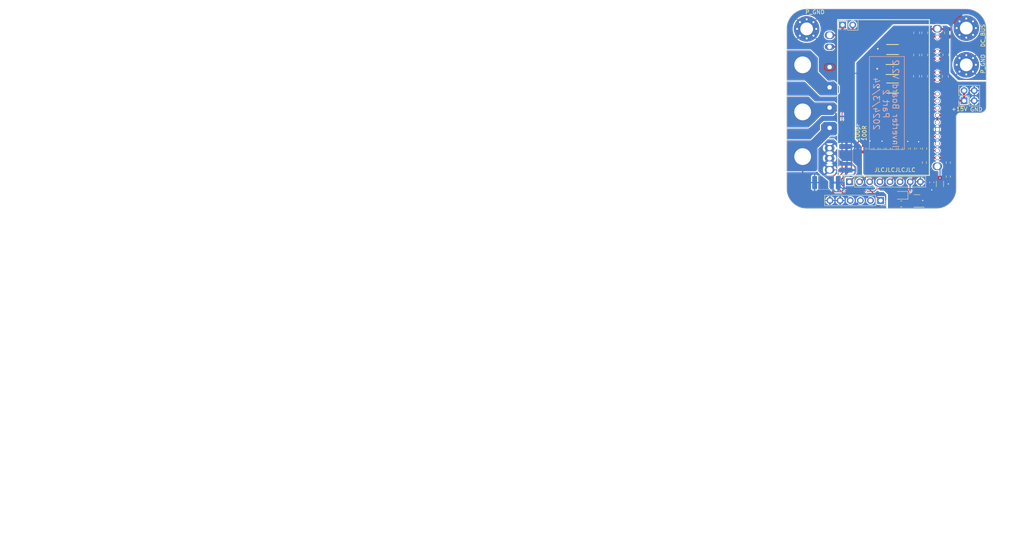
<source format=kicad_pcb>
(kicad_pcb (version 20221018) (generator pcbnew)
  (layers (0 "F.Cu" signal) (31 "B.Cu" signal) (34 "B.Paste" user) (35 "F.Paste" user) (36 "B.SilkS" user "B.Silkscreen") (37 "F.SilkS" user "F.Silkscreen") (38 "B.Mask" user) (39 "F.Mask" user) (44 "Edge.Cuts" user))
  (net 0 "")
  (net 1 "GND")
  (net 2 "+5V1")
  (net 3 "DC_BUS")
  (net 4 "/M+1")
  (net 5 "/M-1")
  (net 6 "/M+2")
  (net 7 "/M-2")
  (net 8 "/M+3")
  (net 9 "/M-3")
  (net 10 "/OPWM1A")
  (net 11 "/OPWM2A")
  (net 12 "/OPWM3A")
  (net 13 "/OPWM1B")
  (net 14 "/OPWM2B")
  (net 15 "/OPWM3B")
  (net 16 "Net-(Q2-CSC)")
  (net 17 "+15V1")
  (net 18 "Net-(D1-K)")
  (net 19 "/U")
  (net 20 "/V")
  (net 21 "/W")
  (net 22 "Net-(J13-Pin_1)")
  (net 23 "Net-(Q1-B)")
  (net 24 "Net-(Q1-C)")
  (net 25 "/CSC")
  (net 26 "/DSP_PWM1_~{FAULT_5V}")
  (net 27 "Net-(Q2-IN(WL))")
  (net 28 "Net-(Q2-IN(VL))")
  (net 29 "Net-(Q2-IN(UL))")
  (net 30 "Net-(Q2-IN(WH))")
  (net 31 "Net-(Q2-IN(VH))")
  (net 32 "Net-(Q2-IN(UH))")
  (net 33 "Net-(J13-Pin_2)")
  (footprint "inverter_lib:MELF_DO-213AB" (layer "F.Cu") (at 64.85 31.2)
    (fp_text reference "Z1" hide)
    (fp_text value "ZM4746A-GS08" hide)
    (pad "1" smd rect (at -2.625 0 90) (size 3 1.25) (layers "F.Cu" "F.Paste" "F.Mask") (net 4 "/M+1"))
    (pad "2" smd rect (at 2.625 0 90) (size 3 1.25) (layers "F.Cu" "F.Paste" "F.Mask") (net 5 "/M-1"))
  )
  (footprint "inverter_lib:MELF_DO-213AB" (layer "F.Cu") (at 64.7 36.2)
    (fp_text reference "Z2" hide)
    (fp_text value "ZM4746A-GS08" hide)
    (pad "1" smd rect (at -2.625 0 90) (size 3 1.25) (layers "F.Cu" "F.Paste" "F.Mask") (net 6 "/M+2"))
    (pad "2" smd rect (at 2.625 0 90) (size 3 1.25) (layers "F.Cu" "F.Paste" "F.Mask") (net 7 "/M-2"))
  )
  (footprint "Capacitor_SMD:C_0805_2012Metric" (layer "F.Cu") (at 72.925 32.556369 -90)
    (fp_text reference "C10" hide)
    (fp_text value "2.2uf")
    (pad "1" smd roundrect (at -0.95 0 270) (size 1 1.45) (layers "F.Cu" "F.Paste" "F.Mask") (net 6 "/M+2"))
    (pad "2" smd roundrect (at 0.95 0 270) (size 1 1.45) (layers "F.Cu" "F.Paste" "F.Mask") (net 7 "/M-2"))
  )
  (footprint "Resistor_SMD:R_0603_1608Metric" (layer "F.Cu") (at 60.710738 56.031369 -90)
    (fp_text reference "R14" hide)
    (fp_text value "100R")
    (pad "1" smd roundrect (at -0.825 0 270) (size 0.8 0.95) (layers "F.Cu" "F.Paste" "F.Mask") (net 31 "Net-(Q2-IN(VH))"))
    (pad "2" smd roundrect (at 0.825 0 270) (size 0.8 0.95) (layers "F.Cu" "F.Paste" "F.Mask") (net 11 "/OPWM2A"))
  )
  (footprint "Resistor_SMD:R_0603_1608Metric" (layer "F.Cu") (at 72.87271 56.031369 -90)
    (fp_text reference "R18" hide)
    (fp_text value "100R")
    (pad "1" smd roundrect (at -0.825 0 270) (size 0.8 0.95) (layers "F.Cu" "F.Paste" "F.Mask") (net 27 "Net-(Q2-IN(WL))"))
    (pad "2" smd roundrect (at 0.825 0 270) (size 0.8 0.95) (layers "F.Cu" "F.Paste" "F.Mask") (net 15 "/OPWM3B"))
  )
  (footprint "Resistor_SMD:R_0805_2012Metric" (layer "F.Cu") (at 67.025 69.881369 180)
    (fp_text reference "R3" hide)
    (fp_text value "301R")
    (pad "1" smd roundrect (at -0.9125 0 180) (size 1.025 1.4) (layers "F.Cu" "F.Paste" "F.Mask") (roundrect_rratio 0.243902439) (net 24 "Net-(Q1-C)"))
    (pad "2" smd roundrect (at 0.9125 0 180) (size 1.025 1.4) (layers "F.Cu" "F.Paste" "F.Mask") (roundrect_rratio 0.243902439) (net 18 "Net-(D1-K)"))
  )
  (footprint "Resistor_SMD:R_1206_3216Metric" (layer "F.Cu") (at 76.725 64.871369 -90)
    (fp_text reference "R21" hide)
    (fp_text value "2k")
    (pad "1" smd roundrect (at -1.4625 0 270) (size 1.125 1.75) (layers "F.Cu" "F.Paste" "F.Mask") (roundrect_rratio 0.2222222222) (net 16 "Net-(Q2-CSC)"))
    (pad "2" smd roundrect (at 1.4625 0 270) (size 1.125 1.75) (layers "F.Cu" "F.Paste" "F.Mask") (roundrect_rratio 0.2222222222) (net 25 "/CSC"))
  )
  (footprint "Resistor_SMD:R_0603_1608Metric" (layer "F.Cu") (at 69.832214 56.031369 -90)
    (fp_text reference "R17" hide)
    (fp_text value "100R")
    (pad "1" smd roundrect (at -0.825 0 270) (size 0.8 0.95) (layers "F.Cu" "F.Paste" "F.Mask") (net 28 "Net-(Q2-IN(VL))"))
    (pad "2" smd roundrect (at 0.825 0 270) (size 0.8 0.95) (layers "F.Cu" "F.Paste" "F.Mask") (net 14 "/OPWM2B"))
  )
  (footprint "Resistor_SMD:R_0603_1608Metric" (layer "F.Cu") (at 78.825 59.531369 90)
    (fp_text reference "R6" hide)
    (fp_text value "10K")
    (pad "1" smd roundrect (at -0.825 0 90) (size 0.8 0.95) (layers "F.Cu" "F.Paste" "F.Mask") (net 23 "Net-(Q1-B)"))
    (pad "2" smd roundrect (at 0.825 0 90) (size 0.8 0.95) (layers "F.Cu" "F.Paste" "F.Mask") (net 26 "/DSP_PWM1_~{FAULT_5V}"))
  )
  (footprint "Capacitor_SMD:C_0603_1608Metric" (layer "F.Cu") (at 71.35246 56.031369 -90)
    (fp_text reference "C20" hide)
    (fp_text value "100pf")
    (pad "1" smd roundrect (at -0.775 0 270) (size 0.9 0.95) (layers "F.Cu" "F.Paste" "F.Mask") (net 1 "GND"))
    (pad "2" smd roundrect (at 0.775 0 270) (size 0.9 0.95) (layers "F.Cu" "F.Paste" "F.Mask") (net 15 "/OPWM3B"))
  )
  (footprint "Capacitor_SMD:C_0805_2012Metric" (layer "F.Cu") (at 78.625 27.031369 -90)
    (fp_text reference "C7" hide)
    (fp_text value "100nf")
    (pad "1" smd roundrect (at -0.95 0 270) (size 1 1.45) (layers "F.Cu" "F.Paste" "F.Mask") (net 4 "/M+1"))
    (pad "2" smd roundrect (at 0.95 0 270) (size 1 1.45) (layers "F.Cu" "F.Paste" "F.Mask") (net 5 "/M-1"))
  )
  (footprint "Capacitor_SMD:C_0805_2012Metric" (layer "F.Cu") (at 72.92 27.006369 -90)
    (fp_text reference "C5" hide)
    (fp_text value "2.2uf")
    (pad "1" smd roundrect (at -0.95 0 270) (size 1 1.45) (layers "F.Cu" "F.Paste" "F.Mask") (net 4 "/M+1"))
    (pad "2" smd roundrect (at 0.95 0 270) (size 1 1.45) (layers "F.Cu" "F.Paste" "F.Mask") (net 5 "/M-1"))
  )
  (footprint "Capacitor_SMD:C_0805_2012Metric" (layer "F.Cu") (at 70.855 37.881369 -90)
    (fp_text reference "C13" hide)
    (fp_text value "2.2uf")
    (pad "1" smd roundrect (at -0.95 0 270) (size 1 1.45) (layers "F.Cu" "F.Paste" "F.Mask") (net 8 "/M+3"))
    (pad "2" smd roundrect (at 0.95 0 270) (size 1 1.45) (layers "F.Cu" "F.Paste" "F.Mask") (net 9 "/M-3"))
  )
  (footprint "inverter_lib:M3_smt" (layer "F.Cu") (at 42.325 35.031369)
    (fp_text reference "J8" hide)
    (fp_text value "Header 2")
    (pad "1" thru_hole circle (at 0 0) (size 6.2 6.2) (drill 4.2) (layers "*.Cu" "*.Mask") (net 19 "/U"))
  )
  (footprint "Resistor_SMD:R_0603_1608Metric" (layer "F.Cu") (at 57.670246 56.031369 -90)
    (fp_text reference "R13" hide)
    (fp_text value "100R")
    (pad "1" smd roundrect (at -0.825 0 270) (size 0.8 0.95) (layers "F.Cu" "F.Paste" "F.Mask") (net 32 "Net-(Q2-IN(UH))"))
    (pad "2" smd roundrect (at 0.825 0 270) (size 0.8 0.95) (layers "F.Cu" "F.Paste" "F.Mask") (net 10 "/OPWM1A"))
  )
  (footprint "Capacitor_SMD:C_0603_1608Metric" (layer "F.Cu") (at 59.190492 56.031369 -90)
    (fp_text reference "C16" hide)
    (fp_text value "100pf")
    (pad "1" smd roundrect (at -0.775 0 270) (size 0.9 0.95) (layers "F.Cu" "F.Paste" "F.Mask") (net 1 "GND"))
    (pad "2" smd roundrect (at 0.775 0 270) (size 0.9 0.95) (layers "F.Cu" "F.Paste" "F.Mask") (net 11 "/OPWM2A"))
  )
  (footprint "MountingHole:MountingHole_3.2mm_M3_Pad_Via" (layer "F.Cu") (at 83.325 25.831369)
    (fp_text reference "H1" hide)
    (fp_text value "MountingHole_Pad")
    (pad "1" thru_hole circle (at -2.4 0) (size 0.8 0.8) (drill 0.5) (layers "*.Cu" "*.Mask") (net 3 "DC_BUS"))
    (pad "1" thru_hole circle (at -1.697056 -1.697056) (size 0.8 0.8) (drill 0.5) (layers "*.Cu" "*.Mask") (net 3 "DC_BUS"))
    (pad "1" thru_hole circle (at -1.697056 1.697056) (size 0.8 0.8) (drill 0.5) (layers "*.Cu" "*.Mask") (net 3 "DC_BUS"))
    (pad "1" thru_hole circle (at 0 -2.4) (size 0.8 0.8) (drill 0.5) (layers "*.Cu" "*.Mask") (net 3 "DC_BUS"))
    (pad "1" thru_hole circle (at 0 0) (size 6.4 6.4) (drill 3.2) (layers "*.Cu" "*.Mask") (net 3 "DC_BUS"))
    (pad "1" thru_hole circle (at 0 2.4) (size 0.8 0.8) (drill 0.5) (layers "*.Cu" "*.Mask") (net 3 "DC_BUS"))
    (pad "1" thru_hole circle (at 1.697056 -1.697056) (size 0.8 0.8) (drill 0.5) (layers "*.Cu" "*.Mask") (net 3 "DC_BUS"))
    (pad "1" thru_hole circle (at 1.697056 1.697056) (size 0.8 0.8) (drill 0.5) (layers "*.Cu" "*.Mask") (net 3 "DC_BUS"))
    (pad "1" thru_hole circle (at 2.4 0) (size 0.8 0.8) (drill 0.5) (layers "*.Cu" "*.Mask") (net 3 "DC_BUS"))
  )
  (footprint "LED_SMD:LED_0805_2012Metric" (layer "F.Cu") (at 67.025 67.731369 180)
    (fp_text reference "D1" hide)
    (fp_text value "LEDRED")
    (pad "1" smd roundrect (at -0.9375 0 180) (size 0.975 1.4) (layers "F.Cu" "F.Paste" "F.Mask") (net 2 "+5V1"))
    (pad "2" smd roundrect (at 0.9375 0 180) (size 0.975 1.4) (layers "F.Cu" "F.Paste" "F.Mask") (net 18 "Net-(D1-K)"))
  )
  (footprint "inverter_lib:M3_smt" (layer "F.Cu") (at 42.325 58.031369)
    (fp_text reference "J11" hide)
    (fp_text value "Header 2")
    (pad "1" thru_hole circle (at 0 0) (size 6.2 6.2) (drill 4.2) (layers "*.Cu" "*.Mask") (net 21 "/W"))
  )
  (footprint "Capacitor_SMD:C_0805_2012Metric" (layer "F.Cu") (at 70.875 32.556369 -90)
    (fp_text reference "C9" hide)
    (fp_text value "2.2uf")
    (pad "1" smd roundrect (at -0.95 0 270) (size 1 1.45) (layers "F.Cu" "F.Paste" "F.Mask") (net 6 "/M+2"))
    (pad "2" smd roundrect (at 0.95 0 270) (size 1 1.45) (layers "F.Cu" "F.Paste" "F.Mask") (net 7 "/M-2"))
  )
  (footprint "Capacitor_SMD:C_0805_2012Metric" (layer "F.Cu") (at 72.905 37.881369 -90)
    (fp_text reference "C12" hide)
    (fp_text value "2.2uf")
    (pad "1" smd roundrect (at -0.95 0 270) (size 1 1.45) (layers "F.Cu" "F.Paste" "F.Mask") (net 8 "/M+3"))
    (pad "2" smd roundrect (at 0.95 0 270) (size 1 1.45) (layers "F.Cu" "F.Paste" "F.Mask") (net 9 "/M-3"))
  )
  (footprint "Capacitor_SMD:C_0603_1608Metric" (layer "F.Cu") (at 65.271476 56.031369 -90)
    (fp_text reference "C18" hide)
    (fp_text value "100pf")
    (pad "1" smd roundrect (at -0.775 0 270) (size 0.9 0.95) (layers "F.Cu" "F.Paste" "F.Mask") (net 1 "GND"))
    (pad "2" smd roundrect (at 0.775 0 270) (size 0.9 0.95) (layers "F.Cu" "F.Paste" "F.Mask") (net 13 "/OPWM1B"))
  )
  (footprint "inverter_lib:MELF_DO-213AB" (layer "F.Cu") (at 64.85 40.85)
    (fp_text reference "Z3" hide)
    (fp_text value "ZM4746A-GS08" hide)
    (pad "1" smd rect (at -2.625 0 90) (size 3 1.25) (layers "F.Cu" "F.Paste" "F.Mask") (net 8 "/M+3"))
    (pad "2" smd rect (at 2.625 0 90) (size 3 1.25) (layers "F.Cu" "F.Paste" "F.Mask") (net 9 "/M-3"))
  )
  (footprint "Resistor_SMD:R_0603_1608Metric" (layer "F.Cu") (at 78.825 63.031369 -90)
    (fp_text reference "R7" hide)
    (fp_text value "2K")
    (pad "1" smd roundrect (at -0.825 0 270) (size 0.8 0.95) (layers "F.Cu" "F.Paste" "F.Mask") (net 23 "Net-(Q1-B)"))
    (pad "2" smd roundrect (at 0.825 0 270) (size 0.8 0.95) (layers "F.Cu" "F.Paste" "F.Mask") (net 1 "GND"))
  )
  (footprint "Connector_PinSocket_2.54mm:PinSocket_2x02_P2.54mm_Vertical" (layer "F.Cu") (at 82.785 44.031369 180)
    (fp_text reference "J12" hide)
    (fp_text value "Conn_01x02_Pin")
    (pad "1" thru_hole rect (at 0 0 180) (size 1.7 1.7) (drill 1) (layers "*.Cu" "*.Mask") (net 17 "+15V1"))
    (pad "2" thru_hole oval (at -2.54 0 180) (size 1.7 1.7) (drill 1) (layers "*.Cu" "*.Mask") (net 1 "GND"))
    (pad "3" thru_hole oval (at 0 2.54 180) (size 1.7 1.7) (drill 1) (layers "*.Cu" "*.Mask") (net 17 "+15V1"))
    (pad "4" thru_hole oval (at -2.54 2.54 180) (size 1.7 1.7) (drill 1) (layers "*.Cu" "*.Mask") (net 1 "GND"))
  )
  (footprint "Package_TO_SOT_SMD:SOT-23-3" (layer "F.Cu") (at 70.975 69.131369 180)
    (fp_text reference "Q1" hide)
    (fp_text value "FMMT618TA")
    (pad "1" smd roundrect (at -1.1375 -0.95 180) (size 1.325 0.6) (layers "F.Cu" "F.Paste" "F.Mask") (net 23 "Net-(Q1-B)"))
    (pad "2" smd roundrect (at -1.1375 0.95 180) (size 1.325 0.6) (layers "F.Cu" "F.Paste" "F.Mask") (net 1 "GND"))
    (pad "3" smd roundrect (at 1.1375 0 180) (size 1.325 0.6) (layers "F.Cu" "F.Paste" "F.Mask") (net 24 "Net-(Q1-C)"))
  )
  (footprint "Capacitor_SMD:C_0603_1608Metric" (layer "F.Cu") (at 74.675 64.471369 90)
    (fp_text reference "C21" hide)
    (fp_text value "1nf")
    (pad "1" smd roundrect (at -0.775 0 90) (size 0.9 0.95) (layers "F.Cu" "F.Paste" "F.Mask") (net 1 "GND"))
    (pad "2" smd roundrect (at 0.775 0 90) (size 0.9 0.95) (layers "F.Cu" "F.Paste" "F.Mask") (net 16 "Net-(Q2-CSC)"))
  )
  (footprint "Capacitor_SMD:C_0805_2012Metric" (layer "F.Cu") (at 78.225 32.531369 -90)
    (fp_text reference "C11" hide)
    (fp_text value "100nf")
    (pad "1" smd roundrect (at -0.95 0 270) (size 1 1.45) (layers "F.Cu" "F.Paste" "F.Mask") (net 6 "/M+2"))
    (pad "2" smd roundrect (at 0.95 0 270) (size 1 1.45) (layers "F.Cu" "F.Paste" "F.Mask") (net 7 "/M-2"))
  )
  (footprint "Connector_PinSocket_2.54mm:PinSocket_1x08_P2.54mm_Vertical" (layer "F.Cu") (at 54.041 64.338369 90)
    (fp_text reference "J2" hide)
    (fp_text value "Conn_01x08_Pin")
    (pad "1" thru_hole rect (at 0 0 90) (size 1.7 1.7) (drill 1) (layers "*.Cu" "*.Mask") (net 10 "/OPWM1A"))
    (pad "2" thru_hole oval (at 0 2.54 90) (size 1.7 1.7) (drill 1) (layers "*.Cu" "*.Mask") (net 11 "/OPWM2A"))
    (pad "3" thru_hole oval (at 0 5.08 90) (size 1.7 1.7) (drill 1) (layers "*.Cu" "*.Mask") (net 12 "/OPWM3A"))
    (pad "4" thru_hole oval (at 0 7.62 90) (size 1.7 1.7) (drill 1) (layers "*.Cu" "*.Mask") (net 13 "/OPWM1B"))
    (pad "5" thru_hole oval (at 0 10.16 90) (size 1.7 1.7) (drill 1) (layers "*.Cu" "*.Mask") (net 14 "/OPWM2B"))
    (pad "6" thru_hole oval (at 0 12.7 90) (size 1.7 1.7) (drill 1) (layers "*.Cu" "*.Mask") (net 15 "/OPWM3B"))
    (pad "7" thru_hole oval (at 0 15.24 90) (size 1.7 1.7) (drill 1) (layers "*.Cu" "*.Mask") (net 2 "+5V1"))
    (pad "8" thru_hole oval (at 0 17.78 90) (size 1.7 1.7) (drill 1) (layers "*.Cu" "*.Mask") (net 1 "GND"))
  )
  (footprint "Capacitor_SMD:C_0603_1608Metric" (layer "F.Cu") (at 56.15 56.031369 -90)
    (fp_text reference "C15" hide)
    (fp_text value "100pf")
    (pad "1" smd roundrect (at -0.775 0 270) (size 0.9 0.95) (layers "F.Cu" "F.Paste" "F.Mask") (net 1 "GND"))
    (pad "2" smd roundrect (at 0.775 0 270) (size 0.9 0.95) (layers "F.Cu" "F.Paste" "F.Mask") (net 10 "/OPWM1A"))
  )
  (footprint "Connector_PinSocket_2.54mm:PinSocket_1x02_P2.54mm_Vertical" (layer "F.Cu") (at 52.325 25.031369 90)
    (fp_text reference "J13" hide)
    (fp_text value "Conn_01x02_Pin")
    (pad "1" thru_hole rect (at 0 0 90) (size 1.7 1.7) (drill 1) (layers "*.Cu" "*.Mask") (net 22 "Net-(J13-Pin_1)"))
    (pad "2" thru_hole oval (at 0 2.54 90) (size 1.7 1.7) (drill 1) (layers "*.Cu" "*.Mask") (net 33 "Net-(J13-Pin_2)"))
  )
  (footprint "Capacitor_SMD:C_0603_1608Metric" (layer "F.Cu") (at 68.311968 56.031369 -90)
    (fp_text reference "C19" hide)
    (fp_text value "100pf")
    (pad "1" smd roundrect (at -0.775 0 270) (size 0.9 0.95) (layers "F.Cu" "F.Paste" "F.Mask") (net 1 "GND"))
    (pad "2" smd roundrect (at 0.775 0 270) (size 0.9 0.95) (layers "F.Cu" "F.Paste" "F.Mask") (net 14 "/OPWM2B"))
  )
  (footprint "Capacitor_SMD:C_0805_2012Metric" (layer "F.Cu") (at 78.075 37.901369 -90)
    (fp_text reference "C14" hide)
    (fp_text value "100nf")
    (pad "1" smd roundrect (at -0.95 0 270) (size 1 1.45) (layers "F.Cu" "F.Paste" "F.Mask") (net 8 "/M+3"))
    (pad "2" smd roundrect (at 0.95 0 270) (size 1 1.45) (layers "F.Cu" "F.Paste" "F.Mask") (net 9 "/M-3"))
  )
  (footprint "Resistor_SMD:R_0603_1608Metric" (layer "F.Cu") (at 66.791722 56.031369 -90)
    (fp_text reference "R16" hide)
    (fp_text value "100R")
    (pad "1" smd roundrect (at -0.825 0 270) (size 0.8 0.95) (layers "F.Cu" "F.Paste" "F.Mask") (net 29 "Net-(Q2-IN(UL))"))
    (pad "2" smd roundrect (at 0.825 0 270) (size 0.8 0.95) (layers "F.Cu" "F.Paste" "F.Mask") (net 13 "/OPWM1B"))
  )
  (footprint "Connector_PinSocket_2.54mm:PinSocket_1x06_P2.54mm_Vertical" (layer "F.Cu") (at 61.865 69.031369 -90)
    (fp_text reference "J10" hide)
    (fp_text value "Conn_01x06_Pin")
    (pad "1" thru_hole rect (at 0 0 270) (size 1.7 1.7) (drill 1) (layers "*.Cu" "*.Mask") (net 3 "DC_BUS"))
    (pad "2" thru_hole oval (at 0 2.54 270) (size 1.7 1.7) (drill 1) (layers "*.Cu" "*.Mask") (net 20 "/V"))
    (pad "3" thru_hole oval (at 0 5.08 270) (size 1.7 1.7) (drill 1) (layers "*.Cu" "*.Mask") (net 21 "/W"))
    (pad "4" thru_hole oval (at 0 7.62 270) (size 1.7 1.7) (drill 1) (layers "*.Cu" "*.Mask") (net 19 "/U"))
    (pad "5" thru_hole oval (at 0 10.16 270) (size 1.7 1.7) (drill 1) (layers "*.Cu" "*.Mask") (net 1 "GND"))
    (pad "6" thru_hole oval (at 0 12.7 270) (size 1.7 1.7) (drill 1) (layers "*.Cu" "*.Mask") (net 1 "GND"))
  )
  (footprint "MountingHole:MountingHole_3.2mm_M3_Pad_Via" (layer "F.Cu") (at 43.325 26.031369)
    (fp_text reference "H3" hide)
    (fp_text value "MountingHole_Pad")
    (pad "1" thru_hole circle (at -2.4 0) (size 0.8 0.8) (drill 0.5) (layers "*.Cu" "*.Mask") (net 1 "GND"))
    (pad "1" thru_hole circle (at -1.697056 -1.697056) (size 0.8 0.8) (drill 0.5) (layers "*.Cu" "*.Mask") (net 1 "GND"))
    (pad "1" thru_hole circle (at -1.697056 1.697056) (size 0.8 0.8) (drill 0.5) (layers "*.Cu" "*.Mask") (net 1 "GND"))
    (pad "1" thru_hole circle (at 0 -2.4) (size 0.8 0.8) (drill 0.5) (layers "*.Cu" "*.Mask") (net 1 "GND"))
    (pad "1" thru_hole circle (at 0 0) (size 6.4 6.4) (drill 3.2) (layers "*.Cu" "*.Mask") (net 1 "GND"))
    (pad "1" thru_hole circle (at 0 2.4) (size 0.8 0.8) (drill 0.5) (layers "*.Cu" "*.Mask") (net 1 "GND"))
    (pad "1" thru_hole circle (at 1.697056 -1.697056) (size 0.8 0.8) (drill 0.5) (layers "*.Cu" "*.Mask") (net 1 "GND"))
    (pad "1" thru_hole circle (at 1.697056 1.697056) (size 0.8 0.8) (drill 0.5) (layers "*.Cu" "*.Mask") (net 1 "GND"))
    (pad "1" thru_hole circle (at 2.4 0) (size 0.8 0.8) (drill 0.5) (layers "*.Cu" "*.Mask") (net 1 "GND"))
  )
  (footprint "Resistor_SMD:R_0603_1608Metric" (layer "F.Cu") (at 63.75123 56.031369 -90)
    (fp_text reference "R15" hide)
    (fp_text value "100R")
    (pad "1" smd roundrect (at -0.825 0 270) (size 0.8 0.95) (layers "F.Cu" "F.Paste" "F.Mask") (net 30 "Net-(Q2-IN(WH))"))
    (pad "2" smd roundrect (at 0.825 0 270) (size 0.8 0.95) (layers "F.Cu" "F.Paste" "F.Mask") (net 12 "/OPWM3A"))
  )
  (footprint "MountingHole:MountingHole_3.2mm_M3_Pad_Via" (layer "F.Cu") (at 83.325 35.031369)
    (fp_text reference "H2" hide)
    (fp_text value "MountingHole_Pad")
    (pad "1" thru_hole circle (at -2.4 0) (size 0.8 0.8) (drill 0.5) (layers "*.Cu" "*.Mask") (net 1 "GND"))
    (pad "1" thru_hole circle (at -1.697056 -1.697056) (size 0.8 0.8) (drill 0.5) (layers "*.Cu" "*.Mask") (net 1 "GND"))
    (pad "1" thru_hole circle (at -1.697056 1.697056) (size 0.8 0.8) (drill 0.5) (layers "*.Cu" "*.Mask") (net 1 "GND"))
    (pad "1" thru_hole circle (at 0 -2.4) (size 0.8 0.8) (drill 0.5) (layers "*.Cu" "*.Mask") (net 1 "GND"))
    (pad "1" thru_hole circle (at 0 0) (size 6.4 6.4) (drill 3.2) (layers "*.Cu" "*.Mask") (net 1 "GND"))
    (pad "1" thru_hole circle (at 0 2.4) (size 0.8 0.8) (drill 0.5) (layers "*.Cu" "*.Mask") (net 1 "GND"))
    (pad "1" thru_hole circle (at 1.697056 -1.697056) (size 0.8 0.8) (drill 0.5) (layers "*.Cu" "*.Mask") (net 1 "GND"))
    (pad "1" thru_hole circle (at 1.697056 1.697056) (size 0.8 0.8) (drill 0.5) (layers "*.Cu" "*.Mask") (net 1 "GND"))
    (pad "1" thru_hole circle (at 2.4 0) (size 0.8 0.8) (drill 0.5) (layers "*.Cu" "*.Mask") (net 1 "GND"))
  )
  (footprint "Resistor_SMD:R_0603_1608Metric" (layer "F.Cu") (at 72.825 59.531369 90)
    (fp_text reference "R22" hide)
    (fp_text value "1K")
    (pad "1" smd roundrect (at -0.825 0 90) (size 0.8 0.95) (layers "F.Cu" "F.Paste" "F.Mask") (net 2 "+5V1"))
    (pad "2" smd roundrect (at 0.825 0 90) (size 0.8 0.95) (layers "F.Cu" "F.Paste" "F.Mask") (net 26 "/DSP_PWM1_~{FAULT_5V}"))
  )
  (footprint "inverter_lib:M3_smt" (layer "F.Cu") (at 42.325 46.831369)
    (fp_text reference "J9" hide)
    (fp_text value "Header 2")
    (pad "1" thru_hole circle (at 0 0) (size 6.2 6.2) (drill 4.2) (layers "*.Cu" "*.Mask") (net 20 "/V"))
  )
  (footprint "Capacitor_SMD:C_0603_1608Metric" (layer "F.Cu") (at 62.230984 56.031369 -90)
    (fp_text reference "C17" hide)
    (fp_text value "100pf")
    (pad "1" smd roundrect (at -0.775 0 270) (size 0.9 0.95) (layers "F.Cu" "F.Paste" "F.Mask") (net 1 "GND"))
    (pad "2" smd roundrect (at 0.775 0 270) (size 0.9 0.95) (layers "F.Cu" "F.Paste" "F.Mask") (net 12 "/OPWM3A"))
  )
  (footprint "Capacitor_SMD:C_0805_2012Metric" (layer "F.Cu") (at 70.875 27.006369 -90)
    (fp_text reference "C6" hide)
    (fp_text value "2.2uf")
    (pad "1" smd roundrect (at -0.95 0 270) (size 1 1.45) (layers "F.Cu" "F.Paste" "F.Mask") (net 4 "/M+1"))
    (pad "2" smd roundrect (at 0.95 0 270) (size 1 1.45) (layers "F.Cu" "F.Paste" "F.Mask") (net 5 "/M-1"))
  )
  (footprint "Resistor_SMD:R_2512_6332Metric" (layer "B.Cu") (at 53.15 58.4625 90)
    (fp_text reference "R19" hide)
    (fp_text value "8mR")
    (pad "1" smd roundrect (at -2.9625 0 90) (size 1.225 3.35) (layers "B.Cu" "B.Paste" "B.Mask") (roundrect_rratio 0.2040816327) (net 25 "/CSC"))
    (pad "2" smd roundrect (at 2.9625 0 90) (size 1.225 3.35) (layers "B.Cu" "B.Paste" "B.Mask") (roundrect_rratio 0.2040816327) (net 1 "GND"))
  )
  (footprint "Resistor_SMD:R_2512_6332Metric" (layer "B.Cu") (at 48.2875 64.55 180)
    (fp_text reference "R20" hide)
    (fp_text value "8mR")
    (pad "1" smd roundrect (at -2.9625 0 180) (size 1.225 3.35) (layers "B.Cu" "B.Paste" "B.Mask") (roundrect_rratio 0.2040816327) (net 25 "/CSC"))
    (pad "2" smd roundrect (at 2.9625 0 180) (size 1.225 3.35) (layers "B.Cu" "B.Paste" "B.Mask") (roundrect_rratio 0.2040816327) (net 1 "GND"))
  )
  (footprint "inverter_lib:FNC42060F" (layer "B.Cu") (at 62.575 43.659869)
    (fp_text reference "Q2" hide)
    (fp_text value "FNC42060F" hide)
    (pad "1" thru_hole oval (at -13.5 -16.0345) (size 2.4 1.9) (drill 1.5) (layers "*.Cu" "*.Mask") (net 22 "Net-(J13-Pin_1)"))
    (pad "2" thru_hole oval (at -13.5 -13.1445) (size 2.4 1.5) (drill 1.1) (layers "*.Cu" "*.Mask") (net 33 "Net-(J13-Pin_2)"))
    (pad "3" thru_hole oval (at -13.5 -8.0645) (size 2.4 1.5) (drill 1.1) (layers "*.Cu" "*.Mask") (net 3 "DC_BUS"))
    (pad "4" thru_hole oval (at -13.5 -2.9845) (size 2.4 1.5) (drill 1.1) (layers "*.Cu" "*.Mask") (net 19 "/U"))
    (pad "5" thru_hole oval (at -13.5 2.0955) (size 2.4 1.5) (drill 1.1) (layers "*.Cu" "*.Mask") (net 20 "/V"))
    (pad "6" thru_hole oval (at -13.5 7.1755) (size 2.4 1.5) (drill 1.1) (layers "*.Cu" "*.Mask") (net 21 "/W"))
    (pad "7" thru_hole oval (at -13.5 12.2555) (size 2.4 1.5) (drill 1.1) (layers "*.Cu" "*.Mask") (net 25 "/CSC"))
    (pad "8" thru_hole oval (at -13.5 14.7955) (size 2.4 1.5) (drill 1.1) (layers "*.Cu" "*.Mask") (net 25 "/CSC"))
    (pad "9" thru_hole oval (at -13.5 17.6855) (size 2.4 1.9) (drill 1.5) (layers "*.Cu" "*.Mask") (net 25 "/CSC"))
    (pad "10" thru_hole oval (at 13.5 16.7965) (size 2.4 1.9) (drill 1.5) (layers "*.Cu" "*.Mask") (net 16 "Net-(Q2-CSC)"))
    (pad "11" thru_hole oval (at 13.5 14.6685) (size 1.2 1.1) (drill 0.9) (layers "*.Cu" "*.Mask") (net 26 "/DSP_PWM1_~{FAULT_5V}"))
    (pad "12" thru_hole oval (at 13.5 12.89051) (size 1.2 1.1) (drill 0.9) (layers "*.Cu" "*.Mask") (net 27 "Net-(Q2-IN(WL))"))
    (pad "13" thru_hole oval (at 13.5 11.1125) (size 1.2 1.1) (drill 0.9) (layers "*.Cu" "*.Mask") (net 28 "Net-(Q2-IN(VL))"))
    (pad "14" thru_hole oval (at 13.5 9.3345) (size 1.2 1.1) (drill 0.9) (layers "*.Cu" "*.Mask") (net 29 "Net-(Q2-IN(UL))"))
    (pad "15" thru_hole oval (at 13.5 7.5565) (size 1.2 1.1) (drill 0.9) (layers "*.Cu" "*.Mask") (net 1 "GND"))
    (pad "16" thru_hole oval (at 13.5 5.77851) (size 1.2 1.1) (drill 0.9) (layers "*.Cu" "*.Mask") (net 17 "+15V1"))
    (pad "17" thru_hole oval (at 13.5 4.0005) (size 1.2 1.1) (drill 0.9) (layers "*.Cu" "*.Mask") (net 17 "+15V1"))
    (pad "18" thru_hole oval (at 13.5 2.2225) (size 1.2 1.1) (drill 0.9) (layers "*.Cu" "*.Mask") (net 30 "Net-(Q2-IN(WH))"))
    (pad "19" thru_hole oval (at 13.5 0.4445) (size 1.2 1.1) (drill 0.9) (layers "*.Cu" "*.Mask") (net 31 "Net-(Q2-IN(VH))"))
    (pad "20" thru_hole oval (at 13.5 -1.3335) (size 1.2 1.1) (drill 0.9) (layers "*.Cu" "*.Mask") (net 32 "Net-(Q2-IN(UH))"))
    (pad "21" thru_hole circle (at 13.5 -4.8895) (size 1.1 1.1) (drill 0.9) (layers "*.Cu" "*.Mask") (net 9 "/M-3"))
    (pad "22" thru_hole circle (at 13.5 -6.6675) (size 1.1 1.1) (drill 0.9) (layers "*.Cu" "*.Mask") (net 8 "/M+3"))
    (pad "23" thru_hole circle (at 13.5 -10.2235) (size 1.1 1.1) (drill 0.9) (layers "*.Cu" "*.Mask") (net 7 "/M-2"))
    (pad "24" thru_hole circle (at 13.5 -12.0015) (size 1.1 1.1) (drill 0.9) (layers "*.Cu" "*.Mask") (net 6 "/M+2"))
    (pad "25" thru_hole circle (at 13.5 -15.5575) (size 1.1 1.1) (drill 0.9) (layers "*.Cu" "*.Mask") (net 5 "/M-1"))
    (pad "26" thru_hole oval (at 13.5 -17.6855) (size 2.4 1.9) (drill 1.5) (layers "*.Cu" "*.Mask") (net 4 "/M+1"))
  )
  (gr_rect (start 59.05 32.95) (end 67.8 56.25) (stroke (width 0.15)) (fill none) (layer "B.SilkS"))
  (gr_line (start 43.325 21.031369) (end 83.325 21.031369) (stroke (width 0.1)) (layer "Edge.Cuts"))
  (gr_arc (start 88.325 45.531369) (mid 87.88566 46.592029) (end 86.825 47.031369) (stroke (width 0.1)) (layer "Edge.Cuts"))
  (gr_arc (start 83.325 21.031369) (mid 86.860534 22.495835) (end 88.325 26.031369) (stroke (width 0.1)) (layer "Edge.Cuts"))
  (gr_arc (start 80.825 66.031369) (mid 79.360534 69.566903) (end 75.825 71.031369) (stroke (width 0.1)) (layer "Edge.Cuts"))
  (gr_line (start 38.325 66.031369) (end 38.325 26.031369) (stroke (width 0.1)) (layer "Edge.Cuts"))
  (gr_line (start 80.825 48.031369) (end 80.825 66.031369) (stroke (width 0.1)) (layer "Edge.Cuts"))
  (gr_line (start 86.825 47.031369) (end 81.825 47.031369) (stroke (width 0.1)) (layer "Edge.Cuts"))
  (gr_line (start 43.325 71.031369) (end 75.825 71.031369) (stroke (width 0.1)) (layer "Edge.Cuts"))
  (gr_arc (start 80.825 48.031369) (mid 81.117893 47.324262) (end 81.825 47.031369) (stroke (width 0.1)) (layer "Edge.Cuts"))
  (gr_line (start 88.325 45.531369) (end 88.325 26.031369) (stroke (width 0.1)) (layer "Edge.Cuts"))
  (gr_arc (start 43.325 71.031369) (mid 39.789466 69.566903) (end 38.325 66.031369) (stroke (width 0.1)) (layer "Edge.Cuts"))
  (gr_arc (start 38.325 26.031369) (mid 39.789466 22.495835) (end 43.325 21.031369) (stroke (width 0.1)) (layer "Edge.Cuts"))
  (gr_text "Inverter Board V2.2\nPart 2\n2024/3/24" (at 59.9 44.8 270) (layer "B.SilkS") (effects (font (size 1.5 1.5) (thickness 0.2)) (justify bottom mirror)))
  (gr_text "+15V" (at 79.5 46.7) (layer "F.SilkS") (effects (font (size 1 1)) (justify left bottom)))
  (gr_text "JLCJLCJLCJLC" (at 60.2 61.95) (layer "F.SilkS") (effects (font (size 1 1)) (justify left bottom)))
  (gr_text "100pF" (at 56.7 54.3 90) (layer "F.SilkS") (effects (font (size 1 1)) (justify left bottom)))
  (gr_text "100R" (at 58.4 54.2 90) (layer "F.SilkS") (effects (font (size 1 1)) (justify left bottom)))
  (gr_text "DC_BUS\n" (at 88.1 30.7 90) (layer "F.SilkS") (effects (font (size 1 1)) (justify left bottom)))
  (gr_text "P_GND\n" (at 42.9 22.4) (layer "F.SilkS") (effects (font (size 1 1)) (justify left bottom)))
  (gr_text "P_GND\n" (at 88.1 37.3 90) (layer "F.SilkS") (effects (font (size 1 1)) (justify left bottom)))
  (gr_text "GND" (at 84.2 46.8) (layer "F.SilkS") (effects (font (size 1 1)) (justify left bottom)))
  (segment (start 74.675 65.246369) (end 74.675 66.371369) (width 0.3) (layer "F.Cu") (net 1))
  (segment (start 65.271476 54.259893) (end 65.275 54.256369) (width 0.3) (layer "F.Cu") (net 1))
  (segment (start 59.190492 55.256369) (end 59.190492 54.115877) (width 0.3) (layer "F.Cu") (net 1))
  (segment (start 59.190492 54.115877) (end 59.2 54.106369) (width 0.3) (layer "F.Cu") (net 1))
  (segment (start 72.1125 68.181369) (end 72.1125 68.718869) (width 0.5) (layer "F.Cu") (net 1))
  (segment (start 62.230984 54.162353) (end 62.225 54.156369) (width 0.3) (layer "F.Cu") (net 1))
  (segment (start 65.271476 55.256369) (end 65.271476 54.259893) (width 0.3) (layer "F.Cu") (net 1))
  (segment (start 62.230984 55.256369) (end 62.230984 54.162353) (width 0.3) (layer "F.Cu") (net 1))
  (segment (start 57.075 53.55) (end 56.15 54.475) (width 0.3) (layer "F.Cu") (net 1))
  (segment (start 71.35246 54.328409) (end 71.35246 55.256369) (width 0.3) (layer "F.Cu") (net 1))
  (segment (start 71.375 54.305869) (end 71.35246 54.328409) (width 0.3) (layer "F.Cu") (net 1))
  (segment (start 68.311968 54.569401) (end 68.65 54.231369) (width 0.3) (layer "F.Cu") (net 1))
  (segment (start 72.1125 68.718869) (end 72.425 69.031369) (width 0.5) (layer "F.Cu") (net 1))
  (segment (start 56.15 54.475) (end 56.15 55.256369) (width 0.3) (layer "F.Cu") (net 1))
  (segment (start 68.311968 55.256369) (end 68.311968 54.569401) (width 0.3) (layer "F.Cu") (net 1))
  (segment (start 78.825 63.856369) (end 78.825 64.881369) (width 0.5) (layer "F.Cu") (net 1))
  (via (at 62.225 54.156369) (size 0.5) (drill 0.3) (layers "F.Cu" "B.Cu") (net 1))
  (via (at 59.2 54.106369) (size 0.5) (drill 0.3) (layers "F.Cu" "B.Cu") (net 1))
  (via (at 68.65 54.231369) (size 0.5) (drill 0.3) (layers "F.Cu" "B.Cu") (net 1))
  (via (at 78.825 64.881369) (size 0.5) (drill 0.3) (layers "F.Cu" "B.Cu") (net 1))
  (via (at 74.675 66.371369) (size 0.5) (drill 0.3) (layers "F.Cu" "B.Cu") (net 1))
  (via (at 57.075 53.55) (size 0.5) (drill 0.3) (layers "F.Cu" "B.Cu") (net 1))
  (via (at 71.375 54.305869) (size 0.5) (drill 0.3) (layers "F.Cu" "B.Cu") (net 1))
  (via (at 72.425 69.031369) (size 0.5) (drill 0.3) (layers "F.Cu" "B.Cu") (net 1))
  (via (at 65.275 54.256369) (size 0.5) (drill 0.3) (layers "F.Cu" "B.Cu") (net 1))
  (segment (start 54.83 37.14) (end 56.39 37.14) (width 0.25) (layer "B.Cu") (net 1))
  (segment (start 68.9625 66.731369) (end 67.9625 67.731369) (width 0.5) (layer "F.Cu") (net 2))
  (segment (start 69.225 66.731369) (end 68.9625 66.731369) (width 0.5) (layer "F.Cu") (net 2))
  (segment (start 72.45 60.356369) (end 70.625 62.181369) (width 0.5) (layer "F.Cu") (net 2))
  (segment (start 70.625 62.181369) (end 70.625 62.994369) (width 0.5) (layer "F.Cu") (net 2))
  (segment (start 70.625 62.994369) (end 69.281 64.338369) (width 0.5) (layer "F.Cu") (net 2))
  (segment (start 72.825 60.356369) (end 72.45 60.356369) (width 0.5) (layer "F.Cu") (net 2))
  (via (at 69.225 66.731369) (size 0.5) (drill 0.3) (layers "F.Cu" "B.Cu") (net 2))
  (segment (start 69.281 66.675369) (end 69.225 66.731369) (width 0.5) (layer "B.Cu") (net 2))
  (segment (start 69.281 64.338369) (end 69.281 66.675369) (width 0.5) (layer "B.Cu") (net 2))
  (segment (start 54.525 41.045369) (end 49.075 35.595369) (width 0.25) (layer "F.Cu") (net 3))
  (segment (start 61.865 69.031369) (end 58.983631 66.15) (width 0.25) (layer "F.Cu") (net 3))
  (segment (start 52.1 65.075) (end 52.1 63.6) (width 0.25) (layer "F.Cu") (net 3))
  (segment (start 58.983631 66.15) (end 53.175 66.15) (width 0.25) (layer "F.Cu") (net 3))
  (segment (start 53.175 66.15) (end 52.1 65.075) (width 0.25) (layer "F.Cu") (net 3))
  (segment (start 50.541 35.595369) (end 49.075 35.595369) (width 3) (layer "F.Cu") (net 3))
  (segment (start 52.1 63.6) (end 54.525 61.175) (width 0.25) (layer "F.Cu") (net 3))
  (segment (start 80.415 22.921369) (end 63.215 22.921369) (width 3) (layer "F.Cu") (net 3))
  (segment (start 83.325 25.831369) (end 80.415 22.921369) (width 3) (layer "F.Cu") (net 3))
  (segment (start 63.215 22.921369) (end 50.541 35.595369) (width 3) (layer "F.Cu") (net 3))
  (segment (start 54.525 61.175) (end 54.525 41.045369) (width 0.25) (layer "F.Cu") (net 3))
  (segment (start 63.8 31.2) (end 62.225 31.2) (width 0.5) (layer "F.Cu") (net 4))
  (segment (start 70.9 26.081369) (end 70.875 26.056369) (width 0.5) (layer "F.Cu") (net 4))
  (segment (start 70.875 26.056369) (end 68.581369 28.35) (width 0.5) (layer "F.Cu") (net 4))
  (segment (start 78.625 26.081369) (end 70.9 26.081369) (width 0.5) (layer "F.Cu") (net 4))
  (segment (start 66.65 28.35) (end 63.8 31.2) (width 0.5) (layer "F.Cu") (net 4))
  (segment (start 68.581369 28.35) (end 66.65 28.35) (width 0.5) (layer "F.Cu") (net 4))
  (segment (start 67.475 31.2) (end 70.743631 27.931369) (width 0.5) (layer "F.Cu") (net 5))
  (segment (start 78.575 27.931369) (end 78.625 27.981369) (width 0.5) (layer "F.Cu") (net 5))
  (segment (start 70.743631 27.931369) (end 78.575 27.931369) (width 0.5) (layer "F.Cu") (net 5))
  (segment (start 78.225 31.581369) (end 70.9 31.581369) (width 0.5) (layer "F.Cu") (net 6))
  (segment (start 70.875 31.606369) (end 69.131369 33.35) (width 0.5) (layer "F.Cu") (net 6))
  (segment (start 62.075 33.875) (end 62.075 36.2) (width 0.5) (layer "F.Cu") (net 6))
  (segment (start 62.6 33.35) (end 62.075 33.875) (width 0.5) (layer "F.Cu") (net 6))
  (segment (start 70.9 31.581369) (end 70.875 31.606369) (width 0.5) (layer "F.Cu") (net 6))
  (segment (start 69.131369 33.35) (end 62.6 33.35) (width 0.5) (layer "F.Cu") (net 6))
  (segment (start 78.2 33.506369) (end 78.225 33.481369) (width 0.5) (layer "F.Cu") (net 7))
  (segment (start 67.325 36.2) (end 68.181369 36.2) (width 0.5) (layer "F.Cu") (net 7))
  (segment (start 70.875 33.506369) (end 78.2 33.506369) (width 0.5) (layer "F.Cu") (net 7))
  (segment (start 68.181369 36.2) (end 70.875 33.506369) (width 0.5) (layer "F.Cu") (net 7))
  (segment (start 62.225 40.85) (end 62.225 38.681369) (width 0.5) (layer "F.Cu") (net 8))
  (segment (start 62.225 38.681369) (end 62.506369 38.4) (width 0.5) (layer "F.Cu") (net 8))
  (segment (start 70.875 36.951369) (end 70.855 36.931369) (width 0.5) (layer "F.Cu") (net 8))
  (segment (start 69.386369 38.4) (end 70.855 36.931369) (width 0.5) (layer "F.Cu") (net 8))
  (segment (start 62.506369 38.4) (end 69.386369 38.4) (width 0.5) (layer "F.Cu") (net 8))
  (segment (start 78.075 36.951369) (end 70.875 36.951369) (width 0.5) (layer "F.Cu") (net 8))
  (segment (start 78.055 38.831369) (end 78.075 38.851369) (width 0.5) (layer "F.Cu") (net 9))
  (segment (start 72.905 38.831369) (end 78.055 38.831369) (width 0.5) (layer "F.Cu") (net 9))
  (segment (start 70.855 38.831369) (end 72.905 38.831369) (width 0.5) (layer "F.Cu") (net 9))
  (segment (start 68.836369 40.85) (end 70.855 38.831369) (width 0.5) (layer "F.Cu") (net 9))
  (segment (start 67.475 40.85) (end 68.836369 40.85) (width 0.5) (layer "F.Cu") (net 9))
  (segment (start 57.620246 56.806369) (end 57.670246 56.856369) (width 0.3) (layer "F.Cu") (net 10))
  (segment (start 56.15 62.229369) (end 56.15 56.831369) (width 0.3) (layer "F.Cu") (net 10))
  (segment (start 54.041 64.338369) (end 56.15 62.229369) (width 0.3) (layer "F.Cu") (net 10))
  (segment (start 56.15 56.806369) (end 57.620246 56.806369) (width 0.3) (layer "F.Cu") (net 10))
  (segment (start 60.710738 56.856369) (end 59.240492 56.856369) (width 0.3) (layer "F.Cu") (net 11))
  (segment (start 59.240492 56.856369) (end 59.190492 56.806369) (width 0.3) (layer "F.Cu") (net 11))
  (segment (start 59.190492 56.806369) (end 59.190492 62.115877) (width 0.3) (layer "F.Cu") (net 11))
  (segment (start 56.968 64.338369) (end 56.581 64.338369) (width 0.3) (layer "F.Cu") (net 11))
  (segment (start 59.190492 62.115877) (end 56.968 64.338369) (width 0.3) (layer "F.Cu") (net 11))
  (segment (start 62.230984 56.806369) (end 63.70123 56.806369) (width 0.3) (layer "F.Cu") (net 12))
  (segment (start 59.121 64.338369) (end 62.230984 61.228385) (width 0.3) (layer "F.Cu") (net 12))
  (segment (start 63.70123 56.806369) (end 63.75123 56.856369) (width 0.3) (layer "F.Cu") (net 12))
  (segment (start 62.230984 61.228385) (end 62.230984 56.856369) (width 0.3) (layer "F.Cu") (net 12))
  (segment (start 65.271476 56.806369) (end 65.271476 60.727893) (width 0.3) (layer "F.Cu") (net 13))
  (segment (start 65.271476 60.727893) (end 61.661 64.338369) (width 0.3) (layer "F.Cu") (net 13))
  (segment (start 65.321476 56.856369) (end 65.271476 56.806369) (width 0.3) (layer "F.Cu") (net 13))
  (segment (start 66.791722 56.856369) (end 65.321476 56.856369) (width 0.3) (layer "F.Cu") (net 13))
  (segment (start 68.311968 60.227401) (end 64.201 64.338369) (width 0.3) (layer "F.Cu") (net 14))
  (segment (start 69.832214 56.856369) (end 68.361968 56.856369) (width 0.3) (layer "F.Cu") (net 14))
  (segment (start 68.361968 56.856369) (end 68.311968 56.806369) (width 0.3) (layer "F.Cu") (net 14))
  (segment (start 68.311968 56.806369) (end 68.311968 60.227401) (width 0.3) (layer "F.Cu") (net 14))
  (segment (start 71.35246 59.726909) (end 66.741 64.338369) (width 0.3) (layer "F.Cu") (net 15))
  (segment (start 71.35246 56.806369) (end 72.82271 56.806369) (width 0.3) (layer "F.Cu") (net 15))
  (segment (start 72.82271 56.806369) (end 72.87271 56.856369) (width 0.3) (layer "F.Cu") (net 15))
  (segment (start 71.35246 56.806369) (end 71.35246 59.726909) (width 0.3) (layer "F.Cu") (net 15))
  (segment (start 74.9625 63.408869) (end 74.675 63.696369) (width 0.3) (layer "F.Cu") (net 16))
  (segment (start 76.725 63.408869) (end 74.9625 63.408869) (width 0.3) (layer "F.Cu") (net 16))
  (via (at 76.725 63.408869) (size 0.5) (drill 0.3) (layers "F.Cu" "B.Cu") (net 16))
  (segment (start 76.075 60.456369) (end 76.745 61.126369) (width 0.3) (layer "B.Cu") (net 16))
  (segment (start 76.745 63.388869) (end 76.725 63.408869) (width 0.3) (layer "B.Cu") (net 16))
  (segment (start 76.745 61.126369) (end 76.745 63.388869) (width 0.3) (layer "B.Cu") (net 16))
  (segment (start 82.785 44.031369) (end 81.325 44.031369) (width 0.5) (layer "F.Cu") (net 17))
  (segment (start 77.696 47.660369) (end 76.075 47.660369) (width 0.5) (layer "F.Cu") (net 17))
  (segment (start 82.785 41.491369) (end 82.785 44.031369) (width 0.5) (layer "F.Cu") (net 17))
  (segment (start 81.325 44.031369) (end 77.696 47.660369) (width 0.5) (layer "F.Cu") (net 17))
  (segment (start 76.075 47.660369) (end 76.075 49.438379) (width 0.5) (layer "F.Cu") (net 17))
  (segment (start 66.0875 67.731369) (end 66.0875 69.856369) (width 0.5) (layer "F.Cu") (net 18))
  (segment (start 66.0875 69.856369) (end 66.1125 69.881369) (width 0.5) (layer "F.Cu") (net 18))
  (segment (start 49.85 63.15) (end 49.85 66.925) (width 0.25) (layer "F.Cu") (net 19))
  (segment (start 52.25 43.850369) (end 49.075 40.675369) (width 0.25) (layer "F.Cu") (net 19))
  (segment (start 49.85 66.925) (end 50.781369 67.856369) (width 0.25) (layer "F.Cu") (net 19))
  (segment (start 53.07 67.856369) (end 54.245 69.031369) (width 0.25) (layer "F.Cu") (net 19))
  (segment (start 52.25 47.275) (end 52.25 43.850369) (width 0.25) (layer "F.Cu") (net 19))
  (segment (start 50.781369 67.856369) (end 53.07 67.856369) (width 0.25) (layer "F.Cu") (net 19))
  (segment (start 52.2 60.8) (end 49.85 63.15) (width 0.25) (layer "F.Cu") (net 19))
  (segment (start 52.2 48.7) (end 52.2 60.8) (width 0.25) (layer "F.Cu") (net 19))
  (segment (start 52.2 47.325) (end 52.25 47.275) (width 0.25) (layer "F.Cu") (net 19))
  (via (at 52.2 48.7) (size 0.5) (drill 0.3) (layers "F.Cu" "B.Cu") (net 19))
  (via (at 52.2 47.325) (size 0.5) (drill 0.3) (layers "F.Cu" "B.Cu") (net 19))
  (segment (start 52.2 47.325) (end 52.2 48.7) (width 0.25) (layer "B.Cu") (net 19))
  (segment (start 51.294631 47.975) (end 52.675 47.975) (width 0.25) (layer "F.Cu") (net 20))
  (segment (start 50.925 63.5) (end 50.925 65.675) (width 0.25) (layer "F.Cu") (net 20))
  (segment (start 53.45 60.975) (end 50.925 63.5) (width 0.25) (layer "F.Cu") (net 20))
  (segment (start 49.075 45.755369) (end 51.294631 47.975) (width 0.25) (layer "F.Cu") (net 20))
  (segment (start 53.45 48.75) (end 53.45 60.975) (width 0.25) (layer "F.Cu") (net 20))
  (segment (start 50.925 65.675) (end 52.35 67.1) (width 0.25) (layer "F.Cu") (net 20))
  (segment (start 52.35 67.1) (end 57.393631 67.1) (width 0.25) (layer "F.Cu") (net 20))
  (segment (start 57.393631 67.1) (end 59.325 69.031369) (width 0.25) (layer "F.Cu") (net 20))
  (segment (start 52.675 47.975) (end 53.45 48.75) (width 0.25) (layer "F.Cu") (net 20))
  (segment (start 42.325 67.631369) (end 45.425 70.731369) (width 0.3) (layer "F.Cu") (net 21))
  (segment (start 55.085 70.731369) (end 56.785 69.031369) (width 0.3) (layer "F.Cu") (net 21))
  (segment (start 45.425 70.731369) (end 55.085 70.731369) (width 0.3) (layer "F.Cu") (net 21))
  (segment (start 42.325 58.031369) (end 42.325 67.631369) (width 0.3) (layer "F.Cu") (net 21))
  (segment (start 52.325 26.171369) (end 52.325 25.031369) (width 0.5) (layer "F.Cu") (net 22))
  (segment (start 49.075 27.625369) (end 50.871 27.625369) (width 0.5) (layer "F.Cu") (net 22))
  (segment (start 50.871 27.625369) (end 52.325 26.171369) (width 0.5) (layer "F.Cu") (net 22))
  (segment (start 78.825 60.356369) (end 78.825 62.206369) (width 0.5) (layer "F.Cu") (net 23))
  (segment (start 79.975 65.931369) (end 75.825 70.081369) (width 0.5) (layer "F.Cu") (net 23))
  (segment (start 79.65 62.206369) (end 79.975 62.531369) (width 0.5) (layer "F.Cu") (net 23))
  (segment (start 75.825 70.081369) (end 72.1125 70.081369) (width 0.5) (layer "F.Cu") (net 23))
  (segment (start 79.975 62.531369) (end 79.975 65.931369) (width 0.5) (layer "F.Cu") (net 23))
  (segment (start 78.825 62.206369) (end 79.65 62.206369) (width 0.5) (layer "F.Cu") (net 23))
  (segment (start 67.9375 69.881369) (end 68.275 69.881369) (width 0.5) (layer "F.Cu") (net 24))
  (segment (start 69.025 69.131369) (end 69.8375 69.131369) (width 0.5) (layer "F.Cu") (net 24))
  (segment (start 68.275 69.881369) (end 69.025 69.131369) (width 0.5) (layer "F.Cu") (net 24))
  (segment (start 52.812534 66.6) (end 58.2255 66.6) (width 0.25) (layer "F.Cu") (net 25))
  (segment (start 76.1125 66.946369) (end 76.725 66.333869) (width 0.25) (layer "F.Cu") (net 25))
  (segment (start 60.96 66.07) (end 60.98 66.09) (width 0.25) (layer "F.Cu") (net 25))
  (segment (start 74.436827 66.946369) (end 76.1125 66.946369) (width 0.25) (layer "F.Cu") (net 25))
  (segment (start 52.738399 66.525865) (end 52.812534 66.6) (width 0.25) (layer "F.Cu") (net 25))
  (segment (start 73.580458 66.09) (end 74.436827 66.946369) (width 0.25) (layer "F.Cu") (net 25))
  (segment (start 58.2255 66.6) (end 58.35 66.7245) (width 0.25) (layer "F.Cu") (net 25))
  (segment (start 60.98 66.09) (end 73.580458 66.09) (width 0.25) (layer "F.Cu") (net 25))
  (via (at 58.35 66.7245) (size 0.5) (drill 0.3) (layers "F.Cu" "B.Cu") (net 25))
  (via (at 52.738399 66.525865) (size 0.5) (drill 0.3) (layers "F.Cu" "B.Cu") (net 25))
  (via (at 60.96 66.07) (size 0.5) (drill 0.3) (layers "F.Cu" "B.Cu") (net 25))
  (segment (start 50.9 61.8) (end 50.9 61.345369) (width 0.25) (layer "B.Cu") (net 25))
  (segment (start 60.3055 66.7245) (end 58.35 66.7245) (width 0.25) (layer "B.Cu") (net 25))
  (segment (start 51.25 62.15) (end 50.9 61.8) (width 0.25) (layer "B.Cu") (net 25))
  (segment (start 60.96 66.07) (end 60.3055 66.7245) (width 0.25) (layer "B.Cu") (net 25))
  (segment (start 53.070369 61.345369) (end 53.15 61.425) (width 0.25) (layer "B.Cu") (net 25))
  (segment (start 51.25 64.55) (end 51.25 65.037466) (width 0.25) (layer "B.Cu") (net 25))
  (segment (start 51.25 65.037466) (end 52.738399 66.525865) (width 0.25) (layer "B.Cu") (net 25))
  (segment (start 50.9 61.345369) (end 53.070369 61.345369) (width 0.25) (layer "B.Cu") (net 25))
  (segment (start 49.075 61.345369) (end 50.9 61.345369) (width 0.25) (layer "B.Cu") (net 25))
  (segment (start 51.25 64.55) (end 51.25 62.15) (width 0.25) (layer "B.Cu") (net 25))
  (segment (start 72.825 58.706369) (end 73.8 58.706369) (width 0.5) (layer "F.Cu") (net 26))
  (segment (start 76.075 58.328369) (end 78.447 58.328369) (width 0.5) (layer "F.Cu") (net 26))
  (segment (start 78.447 58.328369) (end 78.825 58.706369) (width 0.5) (layer "F.Cu") (net 26))
  (segment (start 74.178 58.328369) (end 76.075 58.328369) (width 0.5) (layer "F.Cu") (net 26))
  (segment (start 73.8 58.706369) (end 74.178 58.328369) (width 0.5) (layer "F.Cu") (net 26))
  (segment (start 74.21672 56.550379) (end 76.075 56.550379) (width 0.3) (layer "F.Cu") (net 27))
  (segment (start 72.87271 55.206369) (end 74.21672 56.550379) (width 0.3) (layer "F.Cu") (net 27))
  (segment (start 70.85 53.706369) (end 75.009 53.706369) (width 0.3) (layer "F.Cu") (net 28))
  (segment (start 69.832214 54.724155) (end 70.85 53.706369) (width 0.3) (layer "F.Cu") (net 28))
  (segment (start 75.009 53.706369) (end 76.075 54.772369) (width 0.3) (layer "F.Cu") (net 28))
  (segment (start 69.832214 55.206369) (end 69.832214 54.724155) (width 0.3) (layer "F.Cu") (net 28))
  (segment (start 66.791722 55.206369) (end 69.003722 52.994369) (width 0.3) (layer "F.Cu") (net 29))
  (segment (start 69.003722 52.994369) (end 76.075 52.994369) (width 0.3) (layer "F.Cu") (net 29))
  (segment (start 72.199 45.882369) (end 76.075 45.882369) (width 0.3) (layer "F.Cu") (net 30))
  (segment (start 63.75123 55.206369) (end 63.75123 54.330139) (width 0.3) (layer "F.Cu") (net 30))
  (segment (start 63.75123 54.330139) (end 72.199 45.882369) (width 0.3) (layer "F.Cu") (net 30))
  (segment (start 70.702 44.104369) (end 76.075 44.104369) (width 0.3) (layer "F.Cu") (net 31))
  (segment (start 60.710738 55.206369) (end 60.710738 54.095631) (width 0.3) (layer "F.Cu") (net 31))
  (segment (start 60.710738 54.095631) (end 70.702 44.104369) (width 0.3) (layer "F.Cu") (net 31))
  (segment (start 69.28 42.326369) (end 76.075 42.326369) (width 0.3) (layer "F.Cu") (net 32))
  (segment (start 57.670246 55.206369) (end 57.670246 53.936123) (width 0.3) (layer "F.Cu") (net 32))
  (segment (start 57.670246 53.936123) (end 69.28 42.326369) (width 0.3) (layer "F.Cu") (net 32))
  (segment (start 51.291 30.515369) (end 49.075 30.515369) (width 0.5) (layer "F.Cu") (net 33))
  (segment (start 54.865 26.941369) (end 51.291 30.515369) (width 0.5) (layer "F.Cu") (net 33))
  (segment (start 54.865 25.031369) (end 54.865 26.941369) (width 0.5) (layer "F.Cu") (net 33))
  (zone (net 21) (net_name "/W") (layers "F&B.Cu") (priority 14) (connect_pads yes (clearance 0.25)) (min_thickness 0.2) (fill yes (thermal_gap 0.3) (thermal_bridge_width 0.3))
    (polygon (pts (xy 37.545 53.971369) (xy 44.415 53.971369) (xy 46.925 51.461369) (xy 46.925 50.091369) (xy 47.665 49.351369) (xy 50.395 49.351369) (xy 50.995 49.951369) (xy 50.995 52.241369) (xy 50.515 52.721369) (xy 49.19 52.721369) (xy 46.035 55.876369) (xy 46.035 61.261369) (xy 45.615 61.681369) (xy 37.395 61.681369) (xy 37.405 61.691369) (xy 37.415 61.691369) (xy 36.855 61.131369) (xy 36.255 61.131369) (xy 36.255 55.261369)))
  )
  (zone (net 19) (net_name "/U") (layers "F&B.Cu") (priority 12) (connect_pads yes (clearance 0.25)) (min_thickness 0.2) (fill yes (thermal_gap 0.3) (thermal_bridge_width 0.3))
    (polygon (pts (xy 38.065 31.421369) (xy 44.265 31.421369) (xy 46.105 33.261369) (xy 46.105 36.821369) (xy 48.555 39.271369) (xy 49.465 39.271369) (xy 49.555 39.181369) (xy 50.215 39.181369) (xy 51.395 40.361369) (xy 51.395 41.991369) (xy 50.665 42.721369) (xy 46.705 42.721369) (xy 42.945 38.961369) (xy 38.195 38.961369) (xy 37.585 38.351369) (xy 37.585 31.901369)))
  )
  (zone (net 20) (net_name "/V") (layers "F&B.Cu") (priority 13) (connect_pads yes (clearance 0.25)) (min_thickness 0.2) (fill yes (thermal_gap 0.3) (thermal_bridge_width 0.3))
    (polygon (pts (xy 38.215 43.021369) (xy 43.845 43.021369) (xy 45.285 44.461369) (xy 50.245 44.461369) (xy 50.865 45.081369) (xy 50.865 46.691369) (xy 49.945 47.611369) (xy 46.985 47.611369) (xy 44.615 49.981369) (xy 43.718658 50.731369) (xy 36.475 50.731369) (xy 35.705 49.961369) (xy 35.705 45.531369)))
  )
  (zone (net 1) (net_name "GND") (layer "B.Cu") (priority 11) (connect_pads (clearance 0.25)) (min_thickness 0.2) (fill yes (thermal_gap 0.3) (thermal_bridge_width 0.3))
    (polygon (pts (xy 30.55 19.981369) (xy 97.8 19.981369) (xy 97.8 71.231369) (xy 88.65 80.381369) (xy 38.925 80.381369) (xy 30.55 72.006369)))
  )
  (zone (net 25) (net_name "/CSC") (layer "B.Cu") (priority 15) (connect_pads (clearance 0.25)) (min_thickness 0.25) (fill yes (thermal_gap 0.5) (thermal_bridge_width 0.5))
    (polygon (pts (xy 48.575 53.7125) (xy 50.125 53.7125) (xy 50.975 54.5625) (xy 50.975 58.1625) (xy 52.2 59.3875) (xy 54.525 59.3875) (xy 55.8 60.6625) (xy 55.8 62.0875) (xy 54.725 63.1625) (xy 53.075 63.1625) (xy 52.875 63.3625) (xy 52.875 66.2625) (xy 52.15 66.9875) (xy 50.15 66.9875) (xy 49 65.8375) (xy 49 64.074992) (xy 46.687942 62.2125) (xy 46.7 62.2125) (xy 46.225 61.6875) (xy 46.225 56.0625)))
  )
  (zone (net 0) (net_name "") (layer "B.Cu") (connect_pads (clearance 0)) (min_thickness 0.25)
    (keepout (tracks allowed) (vias allowed) (pads allowed) (copperpour not_allowed) (footprints allowed))
    (fill (thermal_gap 0.5) (thermal_bridge_width 0.5))
    (polygon (pts (xy 89.725 38.825) (xy 81.275 38.825) (xy 79.35 36.9) (xy 79.35 25.45) (xy 78.75 24.85) (xy 64.95 24.85) (xy 55.4 34.4) (xy 55.4 53.775) (xy 57.175 55.55) (xy 57.175 62.55) (xy 61.55 66.925) (xy 62.6 66.925) (xy 63.275 67.6) (xy 63.275 72.45) (xy 63.375 72.55) (xy 64.1 72.55) (xy 63.7 72.95) (xy 63.7 67.525) (xy 62.725 66.55) (xy 61.75 66.55) (xy 57.525 62.325) (xy 57.525 55.325) (xy 55.775 53.575) (xy 55.775 34.525) (xy 65.1 25.2) (xy 78.475 25.2) (xy 79.05 25.775) (xy 79.05 37.175) (xy 81.125 39.25) (xy 89.375 39.25) (xy 89.725 38.9)))
  )
)
</source>
